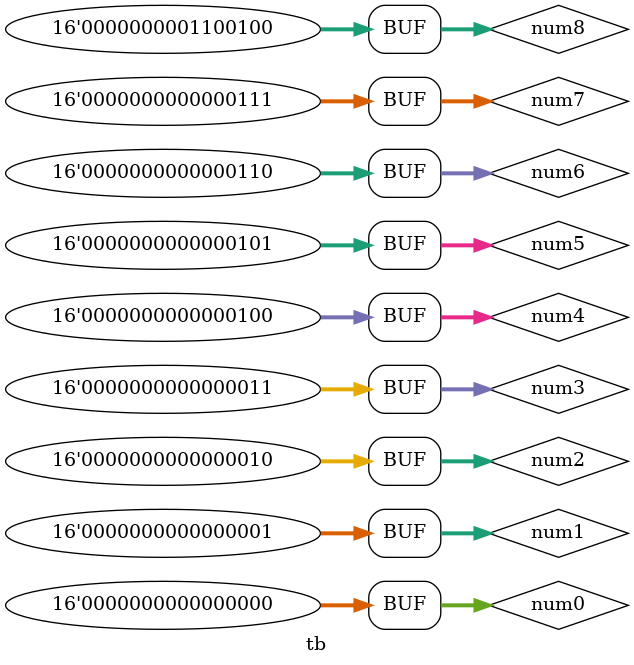
<source format=v>
/*
    Assignment   :  5
    Problem      :  4(testbench)
    Semester     :  Autumn 2020
    Group        :  G9
    Members      :  Akshat Shukla(18CS10002)
                    Animesh Barua(18CS10003)
*/
`include "csa.v"

module tb();            //test bench to simulate carry save adder to add 9 numbers

    reg [15:0] num0, num1, num2, num3, num4, num5, num6, num7, num8;
    wire [15:0] sum;

    csa_16bit_9nums inst(num0, num1, num2, num3, num4, num5, num6, num7, num8, sum);

    initial begin

        $monitor("num0=%d;num1=%d;num2=%d;num3=%d;num4=%d;num5=%d;num6=%d;num7=%d;num8=%d,sum=%d",
                num0,num1,num2,num3,num4,num5,num6,num7,num8,sum);
        #10 num0=0;num1=1;num2=2;num3=3;num4=4;num5=5;num6=6;num7=7;num8=100;

    end

endmodule
</source>
